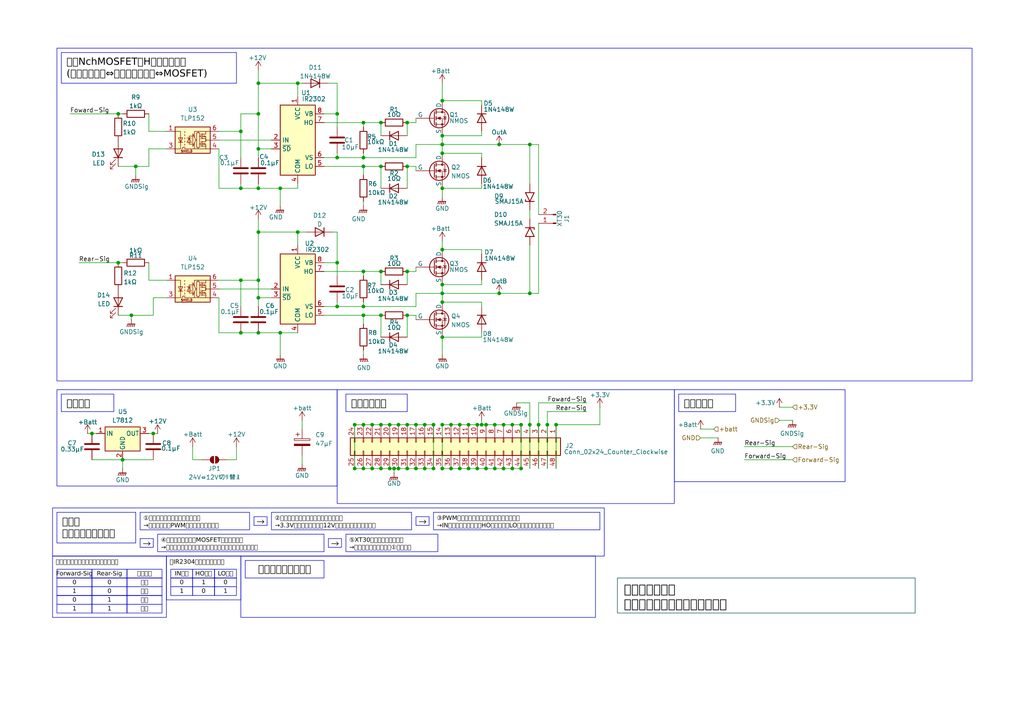
<source format=kicad_sch>
(kicad_sch (version 20231120) (generator "eeschema") (generator_version "8.0")
  (paper "A4")
  (lib_symbols
    (symbol "Connector:Conn_01x02_Pin" (pin_names (offset 1.016) hide)
      (property "Reference" "J" (at 0 2.54 0))
      (property "Value" "Conn_01x02_Pin" (at 0 -5.08 0))
      (symbol "Conn_01x02_Pin_1_1"
        (pin passive line (at 5.08 0 180) (length 3.81) (name "Pin_1") (number "1"))
        (pin passive line (at 5.08 -2.54 180) (length 3.81) (name "Pin_2") (number "2"))
      )
    )
    (symbol "Connector_Generic:Conn_02x24_Counter_Clockwise" (pin_names (offset 1.016) hide)
      (property "Reference" "J" (at 1.27 30.48 0))
      (property "Value" "Conn_02x24_Counter_Clockwise" (at 1.27 -33.02 0))
      (symbol "Conn_02x24_Counter_Clockwise_1_1"
        (pin passive line (at -5.08 27.94 0) (length 3.81) (name "Pin_1") (number "1"))
        (pin passive line (at -5.08 5.08 0) (length 3.81) (name "Pin_10") (number "10"))
        (pin passive line (at -5.08 2.54 0) (length 3.81) (name "Pin_11") (number "11"))
        (pin passive line (at -5.08 0 0) (length 3.81) (name "Pin_12") (number "12"))
        (pin passive line (at -5.08 -2.54 0) (length 3.81) (name "Pin_13") (number "13"))
        (pin passive line (at -5.08 -5.08 0) (length 3.81) (name "Pin_14") (number "14"))
        (pin passive line (at -5.08 -7.62 0) (length 3.81) (name "Pin_15") (number "15"))
        (pin passive line (at -5.08 -10.16 0) (length 3.81) (name "Pin_16") (number "16"))
        (pin passive line (at -5.08 -12.7 0) (length 3.81) (name "Pin_17") (number "17"))
        (pin passive line (at -5.08 -15.24 0) (length 3.81) (name "Pin_18") (number "18"))
        (pin passive line (at -5.08 -17.78 0) (length 3.81) (name "Pin_19") (number "19"))
        (pin passive line (at -5.08 25.4 0) (length 3.81) (name "Pin_2") (number "2"))
        (pin passive line (at -5.08 -20.32 0) (length 3.81) (name "Pin_20") (number "20"))
        (pin passive line (at -5.08 -22.86 0) (length 3.81) (name "Pin_21") (number "21"))
        (pin passive line (at -5.08 -25.4 0) (length 3.81) (name "Pin_22") (number "22"))
        (pin passive line (at -5.08 -27.94 0) (length 3.81) (name "Pin_23") (number "23"))
        (pin passive line (at -5.08 -30.48 0) (length 3.81) (name "Pin_24") (number "24"))
        (pin passive line (at 7.62 -30.48 180) (length 3.81) (name "Pin_25") (number "25"))
        (pin passive line (at 7.62 -27.94 180) (length 3.81) (name "Pin_26") (number "26"))
        (pin passive line (at 7.62 -25.4 180) (length 3.81) (name "Pin_27") (number "27"))
        (pin passive line (at 7.62 -22.86 180) (length 3.81) (name "Pin_28") (number "28"))
        (pin passive line (at 7.62 -20.32 180) (length 3.81) (name "Pin_29") (number "29"))
        (pin passive line (at -5.08 22.86 0) (length 3.81) (name "Pin_3") (number "3"))
        (pin passive line (at 7.62 -17.78 180) (length 3.81) (name "Pin_30") (number "30"))
        (pin passive line (at 7.62 -15.24 180) (length 3.81) (name "Pin_31") (number "31"))
        (pin passive line (at 7.62 -12.7 180) (length 3.81) (name "Pin_32") (number "32"))
        (pin passive line (at 7.62 -10.16 180) (length 3.81) (name "Pin_33") (number "33"))
        (pin passive line (at 7.62 -7.62 180) (length 3.81) (name "Pin_34") (number "34"))
        (pin passive line (at 7.62 -5.08 180) (length 3.81) (name "Pin_35") (number "35"))
        (pin passive line (at 7.62 -2.54 180) (length 3.81) (name "Pin_36") (number "36"))
        (pin passive line (at 7.62 0 180) (length 3.81) (name "Pin_37") (number "37"))
        (pin passive line (at 7.62 2.54 180) (length 3.81) (name "Pin_38") (number "38"))
        (pin passive line (at 7.62 5.08 180) (length 3.81) (name "Pin_39") (number "39"))
        (pin passive line (at -5.08 20.32 0) (length 3.81) (name "Pin_4") (number "4"))
        (pin passive line (at 7.62 7.62 180) (length 3.81) (name "Pin_40") (number "40"))
        (pin passive line (at 7.62 10.16 180) (length 3.81) (name "Pin_41") (number "41"))
        (pin passive line (at 7.62 12.7 180) (length 3.81) (name "Pin_42") (number "42"))
        (pin passive line (at 7.62 15.24 180) (length 3.81) (name "Pin_43") (number "43"))
        (pin passive line (at 7.62 17.78 180) (length 3.81) (name "Pin_44") (number "44"))
        (pin passive line (at 7.62 20.32 180) (length 3.81) (name "Pin_45") (number "45"))
        (pin passive line (at 7.62 22.86 180) (length 3.81) (name "Pin_46") (number "46"))
        (pin passive line (at 7.62 25.4 180) (length 3.81) (name "Pin_47") (number "47"))
        (pin passive line (at 7.62 27.94 180) (length 3.81) (name "Pin_48") (number "48"))
        (pin passive line (at -5.08 17.78 0) (length 3.81) (name "Pin_5") (number "5"))
        (pin passive line (at -5.08 15.24 0) (length 3.81) (name "Pin_6") (number "6"))
        (pin passive line (at -5.08 12.7 0) (length 3.81) (name "Pin_7") (number "7"))
        (pin passive line (at -5.08 10.16 0) (length 3.81) (name "Pin_8") (number "8"))
        (pin passive line (at -5.08 7.62 0) (length 3.81) (name "Pin_9") (number "9"))
      )
    )
    (symbol "Device:C" (pin_numbers hide) (pin_names (offset 0.254))
      (property "Reference" "C" (at 0.635 2.54 0))
      (property "Value" "C" (at 0.635 -2.54 0))
      (symbol "C_1_1"
        (pin passive line (at 0 3.81 270) (length 2.794) (name "~") (number "1"))
        (pin passive line (at 0 -3.81 90) (length 2.794) (name "~") (number "2"))
      )
    )
    (symbol "Device:C_Polarized" (pin_numbers hide) (pin_names (offset 0.254))
      (property "Reference" "C" (at 0.635 2.54 0))
      (property "Value" "C_Polarized" (at 0.635 -2.54 0))
      (symbol "C_Polarized_1_1"
        (pin passive line (at 0 3.81 270) (length 2.794) (name "~") (number "1"))
        (pin passive line (at 0 -3.81 90) (length 2.794) (name "~") (number "2"))
      )
    )
    (symbol "Device:D" (pin_numbers hide) (pin_names (offset 1.016) hide)
      (property "Reference" "D" (at 0 2.54 0))
      (property "Value" "D" (at 0 -2.54 0))
      (symbol "D_1_1"
        (pin passive line (at -3.81 0 0) (length 2.54) (name "K") (number "1"))
        (pin passive line (at 3.81 0 180) (length 2.54) (name "A") (number "2"))
      )
    )
    (symbol "Device:LED" (pin_numbers hide) (pin_names (offset 1.016) hide)
      (property "Reference" "D" (at 0 2.54 0))
      (property "Value" "LED" (at 0 -2.54 0))
      (symbol "LED_1_1"
        (pin passive line (at -3.81 0 0) (length 2.54) (name "K") (number "1"))
        (pin passive line (at 3.81 0 180) (length 2.54) (name "A") (number "2"))
      )
    )
    (symbol "Device:R" (pin_numbers hide) (pin_names (offset 0))
      (property "Reference" "R" (at 2.032 0 90))
      (property "Value" "R" (at 0 0 90))
      (symbol "R_1_1"
        (pin passive line (at 0 3.81 270) (length 1.27) (name "~") (number "1"))
        (pin passive line (at 0 -3.81 90) (length 1.27) (name "~") (number "2"))
      )
    )
    (symbol "Diode:SMAJ15A" (pin_numbers hide) (pin_names (offset 1.016) hide)
      (property "Reference" "D" (at 0 2.54 0))
      (property "Value" "SMAJ15A" (at 0 -2.54 0))
      (symbol "SMAJ15A_1_1"
        (pin passive line (at -3.81 0 0) (length 2.54) (name "A1") (number "1"))
        (pin passive line (at 3.81 0 180) (length 2.54) (name "A2") (number "2"))
      )
    )
    (symbol "Driver_FET:IR2302"
      (property "Reference" "U" (at 1.27 13.335 0))
      (property "Value" "IR2302" (at 1.27 11.43 0))
      (symbol "IR2302_1_1"
        (pin power_in line (at 0 12.7 270) (length 2.54) (name "VCC") (number "1"))
        (pin input line (at -7.62 0 0) (length 2.54) (name "IN") (number "2"))
        (pin input line (at -7.62 -2.54 0) (length 2.54) (name "~{SD}") (number "3"))
        (pin power_in line (at 0 -12.7 90) (length 2.54) (name "COM") (number "4"))
        (pin output line (at 7.62 -7.62 180) (length 2.54) (name "LO") (number "5"))
        (pin passive line (at 7.62 -5.08 180) (length 2.54) (name "VS") (number "6"))
        (pin output line (at 7.62 5.08 180) (length 2.54) (name "HO") (number "7"))
        (pin passive line (at 7.62 7.62 180) (length 2.54) (name "VB") (number "8"))
      )
    )
    (symbol "Isolator_additional:TLP152"
      (property "Reference" "U" (at -5.08 4.953 0))
      (property "Value" "TLP152" (at -5.08 -5.08 0))
      (symbol "TLP152_0_0"
        (text "SHIELD" (at -1.7272 -3.2004 0) (effects (font (size 0.635 0.635))))
      )
      (symbol "TLP152_1_1"
        (pin passive line (at -7.62 2.54 0) (length 2.54) (name "~") (number "1"))
        (pin passive line (at -7.62 -2.54 0) (length 2.54) (name "~") (number "3"))
        (pin power_in line (at 7.62 -2.54 180) (length 2.54) (name "~") (number "4"))
        (pin output line (at 7.62 0 180) (length 2.54) (name "~") (number "5"))
        (pin power_in line (at 7.62 2.54 180) (length 2.54) (name "~") (number "6"))
      )
    )
    (symbol "Jumper:SolderJumper_2_Open" (pin_numbers hide) (pin_names (offset 0) hide) (exclude_from_sim yes) (in_bom no)
      (property "Reference" "JP" (at 0 2.032 0))
      (property "Value" "SolderJumper_2_Open" (at 0 -2.54 0))
      (symbol "SolderJumper_2_Open_1_1"
        (pin passive line (at -3.81 0 0) (length 2.54) (name "A") (number "1"))
        (pin passive line (at 3.81 0 180) (length 2.54) (name "B") (number "2"))
      )
    )
    (symbol "Regulator_Linear:L7812" (pin_names (offset 0.254))
      (property "Reference" "U" (at -3.81 3.175 0))
      (property "Value" "L7812" (at 0 3.175 0))
      (symbol "L7812_1_1"
        (pin power_in line (at -7.62 0 0) (length 2.54) (name "IN") (number "1"))
        (pin power_in line (at 0 -7.62 90) (length 2.54) (name "GND") (number "2"))
        (pin power_out line (at 7.62 0 180) (length 2.54) (name "OUT") (number "3"))
      )
    )
    (symbol "Simulation_SPICE:NMOS" (pin_numbers hide) (pin_names (offset 0))
      (property "Reference" "Q" (at 5.08 1.27 0))
      (property "Value" "NMOS" (at 5.08 -1.27 0))
      (symbol "NMOS_1_1"
        (pin passive line (at 2.54 5.08 270) (length 2.54) (name "D") (number "1"))
        (pin input line (at -5.08 0 0) (length 2.54) (name "G") (number "2"))
        (pin passive line (at 2.54 -5.08 90) (length 2.54) (name "S") (number "3"))
      )
    )
    (symbol "power:+3.3V" (power) (pin_numbers hide) (pin_names (offset 0) hide)
      (property "Value" "+3.3V" (at 0 3.556 0))
      (symbol "+3.3V_1_1"
        (pin power_in line (at 0 0 90) (length 0) (name "~") (number "1"))
      )
    )
    (symbol "power:GNDPWR" (power) (pin_numbers hide) (pin_names (offset 0) hide)
      (property "Value" "GNDPWR" (at 0 -3.302 0))
      (symbol "GNDPWR_1_1"
        (pin power_in line (at 0 0 270) (length 0) (name "~") (number "1"))
      )
    )
    (symbol "power:VCC" (power) (pin_numbers hide) (pin_names (offset 0) hide)
      (property "Value" "VCC" (at 0 3.556 0))
      (symbol "VCC_1_1"
        (pin power_in line (at 0 0 90) (length 0) (name "~") (number "1"))
      )
    )
  )
  (junction (at 135.89 123.19))
  (junction (at 118.11 78.74))
  (junction (at 125.73 123.19))
  (junction (at 69.85 38.1))
  (junction (at 115.57 135.89))
  (junction (at 69.85 96.52))
  (junction (at 120.65 135.89))
  (junction (at 120.65 123.19))
  (junction (at 128.27 87.63))
  (junction (at 148.59 123.19))
  (junction (at 128.27 44.45))
  (junction (at 74.93 96.52))
  (junction (at 110.49 123.19))
  (junction (at 44.45 125.73))
  (junction (at 153.67 41.91))
  (junction (at 128.27 54.61))
  (junction (at 107.95 135.89))
  (junction (at 130.81 135.89))
  (junction (at 130.81 123.19))
  (junction (at 123.19 135.89))
  (junction (at 115.57 123.19))
  (junction (at 113.03 135.89))
  (junction (at 34.29 76.2))
  (junction (at 39.37 48.26))
  (junction (at 97.79 33.02))
  (junction (at 69.85 81.28))
  (junction (at 153.67 85.09))
  (junction (at 138.43 123.19))
  (junction (at 110.49 78.74))
  (junction (at 74.93 81.28))
  (junction (at 105.41 135.89))
  (junction (at 138.43 135.89))
  (junction (at 107.95 123.19))
  (junction (at 118.11 135.89))
  (junction (at 113.03 123.19))
  (junction (at 38.1 91.44))
  (junction (at 105.41 48.26))
  (junction (at 144.78 85.09))
  (junction (at 128.27 135.89))
  (junction (at 86.36 67.31))
  (junction (at 148.59 135.89))
  (junction (at 110.49 48.26))
  (junction (at 128.27 85.09))
  (junction (at 128.27 41.91))
  (junction (at 97.79 88.9))
  (junction (at 128.27 72.39))
  (junction (at 135.89 135.89))
  (junction (at 146.05 135.89))
  (junction (at 74.93 24.13))
  (junction (at 114.3 135.89))
  (junction (at 102.87 123.19))
  (junction (at 74.93 86.36))
  (junction (at 81.28 96.52))
  (junction (at 133.35 123.19))
  (junction (at 26.67 125.73))
  (junction (at 118.11 123.19))
  (junction (at 158.75 123.19))
  (junction (at 143.51 135.89))
  (junction (at 128.27 123.19))
  (junction (at 123.19 123.19))
  (junction (at 105.41 91.44))
  (junction (at 35.56 133.35))
  (junction (at 105.41 123.19))
  (junction (at 143.51 123.19))
  (junction (at 151.13 123.19))
  (junction (at 105.41 88.9))
  (junction (at 69.85 54.61))
  (junction (at 156.21 123.19))
  (junction (at 161.29 123.19))
  (junction (at 146.05 123.19))
  (junction (at 118.11 48.26))
  (junction (at 140.97 123.19))
  (junction (at 110.49 91.44))
  (junction (at 128.27 97.79))
  (junction (at 110.49 35.56))
  (junction (at 118.11 35.56))
  (junction (at 105.41 78.74))
  (junction (at 97.79 76.2))
  (junction (at 81.28 54.61))
  (junction (at 74.93 33.02))
  (junction (at 34.29 33.02))
  (junction (at 105.41 45.72))
  (junction (at 74.93 67.31))
  (junction (at 97.79 45.72))
  (junction (at 102.87 135.89))
  (junction (at 128.27 82.55))
  (junction (at 153.67 123.19))
  (junction (at 144.78 41.91))
  (junction (at 110.49 135.89))
  (junction (at 128.27 39.37))
  (junction (at 86.36 24.13))
  (junction (at 151.13 135.89))
  (junction (at 74.93 43.18))
  (junction (at 133.35 135.89))
  (junction (at 140.97 135.89))
  (junction (at 125.73 135.89))
  (junction (at 128.27 29.21))
  (junction (at 74.93 54.61))
  (junction (at 139.7 123.19))
  (junction (at 105.41 35.56))
  (junction (at 118.11 91.44))
  (wire (pts (xy 153.67 60.96) (xy 153.67 63.5)))
  (wire (pts (xy 158.75 119.38) (xy 158.75 123.19)))
  (wire (pts (xy 20.32 33.02) (xy 34.29 33.02)))
  (wire (pts (xy 144.78 85.09) (xy 153.67 85.09)))
  (wire (pts (xy 43.18 33.02) (xy 43.18 38.1)))
  (wire (pts (xy 125.73 135.89) (xy 123.19 135.89)))
  (wire (pts (xy 26.67 133.35) (xy 35.56 133.35)))
  (wire (pts (xy 43.18 38.1) (xy 48.26 38.1)))
  (wire (pts (xy 107.95 135.89) (xy 105.41 135.89)))
  (wire (pts (xy 86.36 27.94) (xy 86.36 24.13)))
  (wire (pts (xy 87.63 132.08) (xy 87.63 134.62)))
  (wire (pts (xy 151.13 123.19) (xy 151.13 135.89)))
  (wire (pts (xy 146.05 123.19) (xy 143.51 123.19)))
  (wire (pts (xy 113.03 123.19) (xy 110.49 123.19)))
  (wire (pts (xy 114.3 137.16) (xy 114.3 135.89)))
  (wire (pts (xy 43.18 43.18) (xy 43.18 48.26)))
  (wire (pts (xy 138.43 135.89) (xy 135.89 135.89)))
  (wire (pts (xy 139.7 44.45) (xy 128.27 44.45)))
  (wire (pts (xy 105.41 93.98) (xy 105.41 91.44)))
  (wire (pts (xy 140.97 135.89) (xy 138.43 135.89)))
  (wire (pts (xy 34.29 91.44) (xy 38.1 91.44)))
  (wire (pts (xy 173.99 118.11) (xy 173.99 123.19)))
  (wire (pts (xy 95.25 24.13) (xy 97.79 24.13)))
  (wire (pts (xy 105.41 35.56) (xy 110.49 35.56)))
  (wire (pts (xy 153.67 85.09) (xy 156.21 85.09)))
  (wire (pts (xy 105.41 44.45) (xy 105.41 45.72)))
  (wire (pts (xy 118.11 135.89) (xy 115.57 135.89)))
  (wire (pts (xy 156.21 116.84) (xy 156.21 123.19)))
  (wire (pts (xy 128.27 41.91) (xy 144.78 41.91)))
  (wire (pts (xy 93.98 91.44) (xy 105.41 91.44)))
  (wire (pts (xy 110.49 123.19) (xy 107.95 123.19)))
  (wire (pts (xy 139.7 97.79) (xy 128.27 97.79)))
  (wire (pts (xy 226.06 121.92) (xy 229.87 121.92)))
  (wire (pts (xy 66.04 133.35) (xy 68.58 133.35)))
  (wire (pts (xy 81.28 54.61) (xy 81.28 59.69)))
  (wire (pts (xy 102.87 123.19) (xy 102.87 135.89)))
  (wire (pts (xy 74.93 33.02) (xy 74.93 24.13)))
  (wire (pts (xy 139.7 87.63) (xy 128.27 87.63)))
  (wire (pts (xy 114.3 135.89) (xy 113.03 135.89)))
  (wire (pts (xy 139.7 53.34) (xy 139.7 54.61)))
  (wire (pts (xy 135.89 135.89) (xy 133.35 135.89)))
  (wire (pts (xy 74.93 63.5) (xy 74.93 67.31)))
  (wire (pts (xy 110.49 35.56) (xy 110.49 39.37)))
  (wire (pts (xy 86.36 71.12) (xy 86.36 67.31)))
  (wire (pts (xy 105.41 78.74) (xy 105.41 80.01)))
  (wire (pts (xy 93.98 78.74) (xy 105.41 78.74)))
  (wire (pts (xy 105.41 91.44) (xy 110.49 91.44)))
  (wire (pts (xy 22.86 76.2) (xy 34.29 76.2)))
  (wire (pts (xy 118.11 91.44) (xy 120.65 91.44)))
  (wire (pts (xy 74.93 67.31) (xy 74.93 81.28)))
  (wire (pts (xy 170.18 116.84) (xy 156.21 116.84)))
  (wire (pts (xy 153.67 41.91) (xy 156.21 41.91)))
  (wire (pts (xy 139.7 88.9) (xy 139.7 87.63)))
  (wire (pts (xy 105.41 78.74) (xy 110.49 78.74)))
  (wire (pts (xy 97.79 76.2) (xy 97.79 80.01)))
  (wire (pts (xy 143.51 123.19) (xy 140.97 123.19)))
  (wire (pts (xy 139.7 39.37) (xy 128.27 39.37)))
  (wire (pts (xy 120.65 78.74) (xy 120.65 77.47)))
  (wire (pts (xy 128.27 41.91) (xy 128.27 44.45)))
  (wire (pts (xy 118.11 35.56) (xy 118.11 39.37)))
  (wire (pts (xy 43.18 81.28) (xy 43.18 76.2)))
  (wire (pts (xy 156.21 123.19) (xy 156.21 135.89)))
  (wire (pts (xy 139.7 121.92) (xy 139.7 123.19)))
  (wire (pts (xy 68.58 129.54) (xy 68.58 133.35)))
  (wire (pts (xy 120.65 41.91) (xy 128.27 41.91)))
  (wire (pts (xy 161.29 123.19) (xy 161.29 135.89)))
  (wire (pts (xy 120.65 85.09) (xy 128.27 85.09)))
  (wire (pts (xy 153.67 71.12) (xy 153.67 85.09)))
  (wire (pts (xy 69.85 81.28) (xy 69.85 88.9)))
  (wire (pts (xy 139.7 123.19) (xy 138.43 123.19)))
  (wire (pts (xy 74.93 81.28) (xy 69.85 81.28)))
  (wire (pts (xy 63.5 40.64) (xy 78.74 40.64)))
  (wire (pts (xy 135.89 123.19) (xy 133.35 123.19)))
  (wire (pts (xy 110.49 78.74) (xy 110.49 82.55)))
  (wire (pts (xy 146.05 135.89) (xy 143.51 135.89)))
  (wire (pts (xy 139.7 38.1) (xy 139.7 39.37)))
  (wire (pts (xy 69.85 33.02) (xy 74.93 33.02)))
  (wire (pts (xy 120.65 123.19) (xy 118.11 123.19)))
  (wire (pts (xy 105.41 50.8) (xy 105.41 48.26)))
  (wire (pts (xy 139.7 82.55) (xy 128.27 82.55)))
  (wire (pts (xy 74.93 43.18) (xy 74.93 33.02)))
  (wire (pts (xy 130.81 123.19) (xy 128.27 123.19)))
  (wire (pts (xy 148.59 123.19) (xy 146.05 123.19)))
  (wire (pts (xy 97.79 33.02) (xy 97.79 36.83)))
  (wire (pts (xy 170.18 119.38) (xy 158.75 119.38)))
  (wire (pts (xy 118.11 123.19) (xy 115.57 123.19)))
  (wire (pts (xy 203.2 127) (xy 208.28 127)))
  (wire (pts (xy 74.93 67.31) (xy 86.36 67.31)))
  (wire (pts (xy 55.88 133.35) (xy 58.42 133.35)))
  (wire (pts (xy 87.63 121.92) (xy 87.63 124.46)))
  (wire (pts (xy 120.65 48.26) (xy 120.65 49.53)))
  (wire (pts (xy 74.93 45.72) (xy 74.93 43.18)))
  (wire (pts (xy 153.67 123.19) (xy 153.67 135.89)))
  (wire (pts (xy 105.41 48.26) (xy 110.49 48.26)))
  (wire (pts (xy 120.65 135.89) (xy 118.11 135.89)))
  (wire (pts (xy 39.37 48.26) (xy 43.18 48.26)))
  (wire (pts (xy 128.27 123.19) (xy 128.27 135.89)))
  (wire (pts (xy 128.27 24.13) (xy 128.27 29.21)))
  (wire (pts (xy 144.78 41.91) (xy 153.67 41.91)))
  (wire (pts (xy 203.2 124.46) (xy 207.01 124.46)))
  (wire (pts (xy 74.93 43.18) (xy 78.74 43.18)))
  (wire (pts (xy 97.79 24.13) (xy 97.79 33.02)))
  (wire (pts (xy 139.7 45.72) (xy 139.7 44.45)))
  (wire (pts (xy 118.11 48.26) (xy 120.65 48.26)))
  (wire (pts (xy 34.29 48.26) (xy 39.37 48.26)))
  (wire (pts (xy 105.41 88.9) (xy 120.65 88.9)))
  (wire (pts (xy 63.5 38.1) (xy 69.85 38.1)))
  (wire (pts (xy 130.81 135.89) (xy 128.27 135.89)))
  (wire (pts (xy 105.41 123.19) (xy 102.87 123.19)))
  (wire (pts (xy 38.1 91.44) (xy 38.1 92.71)))
  (wire (pts (xy 128.27 54.61) (xy 128.27 57.15)))
  (wire (pts (xy 128.27 85.09) (xy 128.27 87.63)))
  (wire (pts (xy 105.41 135.89) (xy 102.87 135.89)))
  (wire (pts (xy 139.7 96.52) (xy 139.7 97.79)))
  (wire (pts (xy 139.7 73.66) (xy 139.7 72.39)))
  (wire (pts (xy 120.65 88.9) (xy 120.65 85.09)))
  (wire (pts (xy 97.79 88.9) (xy 105.41 88.9)))
  (wire (pts (xy 69.85 38.1) (xy 69.85 45.72)))
  (wire (pts (xy 128.27 82.55) (xy 128.27 85.09)))
  (wire (pts (xy 44.45 125.73) (xy 45.72 125.73)))
  (wire (pts (xy 128.27 97.79) (xy 128.27 102.87)))
  (wire (pts (xy 125.73 123.19) (xy 125.73 135.89)))
  (wire (pts (xy 97.79 44.45) (xy 97.79 45.72)))
  (wire (pts (xy 63.5 54.61) (xy 69.85 54.61)))
  (wire (pts (xy 69.85 38.1) (xy 69.85 33.02)))
  (wire (pts (xy 78.74 83.82) (xy 63.5 83.82)))
  (wire (pts (xy 93.98 45.72) (xy 97.79 45.72)))
  (wire (pts (xy 63.5 43.18) (xy 63.5 54.61)))
  (wire (pts (xy 139.7 54.61) (xy 128.27 54.61)))
  (wire (pts (xy 120.65 91.44) (xy 120.65 92.71)))
  (wire (pts (xy 48.26 81.28) (xy 43.18 81.28)))
  (wire (pts (xy 110.49 48.26) (xy 110.49 54.61)))
  (wire (pts (xy 128.27 39.37) (xy 128.27 41.91)))
  (wire (pts (xy 63.5 86.36) (xy 63.5 96.52)))
  (wire (pts (xy 97.79 67.31) (xy 97.79 76.2)))
  (wire (pts (xy 97.79 87.63) (xy 97.79 88.9)))
  (wire (pts (xy 86.36 24.13) (xy 87.63 24.13)))
  (wire (pts (xy 69.85 53.34) (xy 69.85 54.61)))
  (wire (pts (xy 34.29 33.02) (xy 35.56 33.02)))
  (wire (pts (xy 93.98 88.9) (xy 97.79 88.9)))
  (wire (pts (xy 110.49 91.44) (xy 110.49 97.79)))
  (wire (pts (xy 123.19 135.89) (xy 120.65 135.89)))
  (wire (pts (xy 105.41 58.42) (xy 105.41 59.69)))
  (wire (pts (xy 35.56 133.35) (xy 35.56 135.89)))
  (wire (pts (xy 44.45 86.36) (xy 44.45 91.44)))
  (wire (pts (xy 74.93 54.61) (xy 81.28 54.61)))
  (wire (pts (xy 93.98 76.2) (xy 97.79 76.2)))
  (wire (pts (xy 74.93 86.36) (xy 74.93 81.28)))
  (wire (pts (xy 74.93 54.61) (xy 74.93 53.34)))
  (wire (pts (xy 120.65 35.56) (xy 120.65 34.29)))
  (wire (pts (xy 156.21 62.23) (xy 156.21 41.91)))
  (wire (pts (xy 105.41 45.72) (xy 120.65 45.72)))
  (wire (pts (xy 69.85 54.61) (xy 74.93 54.61)))
  (wire (pts (xy 139.7 30.48) (xy 139.7 29.21)))
  (wire (pts (xy 81.28 54.61) (xy 86.36 54.61)))
  (wire (pts (xy 139.7 81.28) (xy 139.7 82.55)))
  (wire (pts (xy 153.67 41.91) (xy 153.67 53.34)))
  (wire (pts (xy 105.41 35.56) (xy 105.41 36.83)))
  (wire (pts (xy 118.11 78.74) (xy 118.11 82.55)))
  (wire (pts (xy 120.65 45.72) (xy 120.65 41.91)))
  (wire (pts (xy 115.57 123.19) (xy 113.03 123.19)))
  (wire (pts (xy 156.21 85.09) (xy 156.21 64.77)))
  (wire (pts (xy 128.27 69.85) (xy 128.27 72.39)))
  (wire (pts (xy 38.1 91.44) (xy 44.45 91.44)))
  (wire (pts (xy 81.28 96.52) (xy 74.93 96.52)))
  (wire (pts (xy 128.27 85.09) (xy 144.78 85.09)))
  (wire (pts (xy 118.11 48.26) (xy 118.11 54.61)))
  (wire (pts (xy 118.11 91.44) (xy 118.11 97.79)))
  (wire (pts (xy 105.41 87.63) (xy 105.41 88.9)))
  (wire (pts (xy 81.28 96.52) (xy 81.28 102.87)))
  (wire (pts (xy 34.29 76.2) (xy 35.56 76.2)))
  (wire (pts (xy 151.13 123.19) (xy 148.59 123.19)))
  (wire (pts (xy 74.93 96.52) (xy 69.85 96.52)))
  (wire (pts (xy 118.11 78.74) (xy 120.65 78.74)))
  (wire (pts (xy 226.06 118.11) (xy 229.87 118.11)))
  (wire (pts (xy 93.98 33.02) (xy 97.79 33.02)))
  (wire (pts (xy 139.7 29.21) (xy 128.27 29.21)))
  (wire (pts (xy 48.26 43.18) (xy 43.18 43.18)))
  (wire (pts (xy 74.93 86.36) (xy 78.74 86.36)))
  (wire (pts (xy 138.43 123.19) (xy 135.89 123.19)))
  (wire (pts (xy 74.93 20.32) (xy 74.93 24.13)))
  (wire (pts (xy 97.79 45.72) (xy 105.41 45.72)))
  (wire (pts (xy 139.7 72.39) (xy 128.27 72.39)))
  (wire (pts (xy 63.5 81.28) (xy 69.85 81.28)))
  (wire (pts (xy 43.18 125.73) (xy 44.45 125.73)))
  (wire (pts (xy 115.57 135.89) (xy 114.3 135.89)))
  (wire (pts (xy 96.52 67.31) (xy 97.79 67.31)))
  (wire (pts (xy 149.86 116.84) (xy 153.67 116.84)))
  (wire (pts (xy 151.13 135.89) (xy 148.59 135.89)))
  (wire (pts (xy 110.49 135.89) (xy 107.95 135.89)))
  (wire (pts (xy 133.35 123.19) (xy 130.81 123.19)))
  (wire (pts (xy 158.75 123.19) (xy 158.75 135.89)))
  (wire (pts (xy 125.73 123.19) (xy 123.19 123.19)))
  (wire (pts (xy 107.95 123.19) (xy 105.41 123.19)))
  (wire (pts (xy 35.56 133.35) (xy 44.45 133.35)))
  (wire (pts (xy 105.41 101.6) (xy 105.41 102.87)))
  (wire (pts (xy 26.67 125.73) (xy 27.94 125.73)))
  (wire (pts (xy 123.19 123.19) (xy 120.65 123.19)))
  (wire (pts (xy 74.93 88.9) (xy 74.93 86.36)))
  (wire (pts (xy 81.28 96.52) (xy 86.36 96.52)))
  (wire (pts (xy 74.93 24.13) (xy 86.36 24.13)))
  (wire (pts (xy 25.4 125.73) (xy 26.67 125.73)))
  (wire (pts (xy 86.36 54.61) (xy 86.36 53.34)))
  (wire (pts (xy 215.9 133.35) (xy 229.87 133.35)))
  (wire (pts (xy 55.88 129.54) (xy 55.88 133.35)))
  (wire (pts (xy 93.98 35.56) (xy 105.41 35.56)))
  (wire (pts (xy 93.98 48.26) (xy 105.41 48.26)))
  (wire (pts (xy 113.03 135.89) (xy 110.49 135.89)))
  (wire (pts (xy 148.59 135.89) (xy 146.05 135.89)))
  (wire (pts (xy 173.99 123.19) (xy 161.29 123.19)))
  (wire (pts (xy 86.36 67.31) (xy 88.9 67.31)))
  (wire (pts (xy 48.26 86.36) (xy 44.45 86.36)))
  (wire (pts (xy 69.85 96.52) (xy 63.5 96.52)))
  (wire (pts (xy 118.11 35.56) (xy 120.65 35.56)))
  (wire (pts (xy 133.35 135.89) (xy 130.81 135.89)))
  (wire (pts (xy 153.67 123.19) (xy 153.67 116.84)))
  (wire (pts (xy 140.97 123.19) (xy 139.7 123.19)))
  (wire (pts (xy 215.9 129.54) (xy 229.87 129.54)))
  (wire (pts (xy 39.37 48.26) (xy 39.37 50.8)))
  (wire (pts (xy 143.51 135.89) (xy 140.97 135.89)))
  (rectangle (start 195.58 113.03) (end 245.11 139.7))
  (rectangle (start 69.85 161.29) (end 172.72 179.07))
  (rectangle (start 16.51 113.03) (end 97.79 140.97))
  (rectangle (start 15.24 147.32) (end 175.26 161.29))
  (rectangle (start 97.79 113.03) (end 195.58 146.05))
  (rectangle (start 16.51 13.97) (end 281.94 110.49))
  (text_box "④出力された信号がMOSFETに入力される\n→この信号の組み合わせでモータの前転・後転が決まる。" (at 45.72 154.94 0) (size 48.26 5.08) (effects (font (size 1.27 1.27)) (justify left top)))
  (text_box "1" (at 26.67 172.72 0) (size 10.16 2.54) (effects (font (size 1.27 1.27))))
  (text_box "LO端子" (at 62.23 165.1 0) (size 6.35 2.54) (effects (font (size 1.27 1.27))))
  (text_box "0" (at 55.88 170.18 0) (size 6.35 2.54) (effects (font (size 1.27 1.27))))
  (text_box "⑤XT30のコネクタから出力\n→これにてフロー終了。①に戻る。" (at 100.33 154.94 0) (size 26.67 5.08) (effects (font (size 1.27 1.27)) (justify left top)))
  (text_box "補助回路" (at 17.78 114.3 0) (size 15.24 5.08) (effects (font (size 2.032 2.032)) (justify left top)))
  (text_box "〈IR2304・動作真理値表〉\n" (at 48.26 161.29 0) (size 21.59 12.7) (effects (font (size 1.27 1.27)) (justify left top)))
  (text_box "0" (at 26.67 170.18 0) (size 10.16 2.54) (effects (font (size 1.27 1.27))))
  (text_box "コネクタ回路\n" (at 100.33 114.3 0) (size 17.78 5.08) (effects (font (size 2.032 2.032)) (justify left top)))
  (text_box "説明欄\n「フローチャート」" (at 16.51 148.59 0) (size 22.86 8.89) (effects (font (size 2.032 2.032)) (justify left top)))
  (text_box "1" (at 16.51 170.18 0) (size 10.16 2.54) (effects (font (size 1.27 1.27))))
  (text_box "1" (at 16.51 175.26 0) (size 10.16 2.54) (effects (font (size 1.27 1.27))))
  (text_box "IN端子" (at 49.53 165.1 0) (size 6.35 2.54) (effects (font (size 1.27 1.27))))
  (text_box "1" (at 62.23 170.18 0) (size 6.35 2.54) (effects (font (size 1.27 1.27))))
  (text_box "0" (at 16.51 172.72 0) (size 10.16 2.54) (effects (font (size 1.27 1.27))))
  (text_box "→" (at 120.65 149.86 0) (size 3.81 2.54) (effects (font (size 2.54 2.54))))
  (text_box "HO端子" (at 55.88 165.1 0) (size 6.35 2.54) (effects (font (size 1.27 1.27))))
  (text_box "②フォトカプラ出力側に信号が吐かれる\n→3.3Vベースの信号から12Vベースの信号に変わる。" (at 78.74 148.59 0) (size 40.64 5.08) (effects (font (size 1.27 1.27)) (justify left top)))
  (text_box "1" (at 55.88 167.64 0) (size 6.35 2.54) (effects (font (size 1.27 1.27))))
  (text_box "フルNchMOSFET・Hブリッジ回路\n(フォトカプラ⇔ゲートドライバ⇔MOSFET)" (at 17.78 15.24 0) (size 50.8 8.89) (effects (font (size 2.032 2.032)) (justify left top)))
  (text_box "停止" (at 36.83 175.26 0) (size 10.16 2.54) (effects (font (size 1.27 1.27))))
  (text_box "→" (at 95.25 156.21 0) (size 3.81 2.54) (effects (font (size 2.54 2.54))))
  (text_box "丼モタの模造品\nモータードライバーカード基板" (at 179.07 167.64 0) (size 86.36 10.16) (stroke (width 0) (color 0 72 72 0)) (effects (font (size 2.54 2.54)) (justify left top)))
  (text_box "→" (at 40.64 156.21 0) (size 3.81 2.54) (effects (font (size 2.54 2.54))))
  (text_box "③PWM信号がゲートドライバに入力される。\n→IN端子に入力すると、HO端子またはLO端子から出力される。" (at 125.73 148.59 0) (size 48.26 5.08) (effects (font (size 1.27 1.27)) (justify left top)))
  (text_box "0" (at 16.51 167.64 0) (size 10.16 2.54) (effects (font (size 1.27 1.27))))
  (text_box "①フォトカプラ入力側に信号入力\n→マイコンからPWM信号が入力される。" (at 40.64 148.59 0) (size 31.75 5.08) (effects (font (size 1.27 1.27)) (justify left top)))
  (text_box "階層ラベル" (at 196.85 114.3 0) (size 16.51 5.08) (effects (font (size 2.032 2.032)) (justify left top)))
  (text_box "1" (at 26.67 175.26 0) (size 10.16 2.54) (effects (font (size 1.27 1.27))))
  (text_box "停止" (at 36.83 167.64 0) (size 10.16 2.54) (effects (font (size 1.27 1.27))))
  (text_box "説明欄「スペック」" (at 71.12 162.56 0) (size 22.86 5.08) (effects (font (size 2.032 2.032))))
  (text_box "1" (at 49.53 170.18 0) (size 6.35 2.54) (effects (font (size 1.27 1.27))))
  (text_box "Forward-Sig" (at 16.51 165.1 0) (size 10.16 2.54) (effects (font (size 1.27 1.27))))
  (text_box "0" (at 26.67 167.64 0) (size 10.16 2.54) (effects (font (size 1.27 1.27))))
  (text_box "0\n" (at 62.23 167.64 0) (size 6.35 2.54) (effects (font (size 1.27 1.27))))
  (text_box "逆転" (at 36.83 172.72 0) (size 10.16 2.54) (effects (font (size 1.27 1.27))))
  (text_box "→" (at 73.66 149.86 0) (size 3.81 2.54) (effects (font (size 2.54 2.54))))
  (text_box "0" (at 49.53 167.64 0) (size 6.35 2.54) (effects (font (size 1.27 1.27))))
  (text_box "Rear-Sig" (at 26.67 165.1 0) (size 10.16 2.54) (effects (font (size 1.27 1.27))))
  (text_box "〈入力に対するモーターの回転方向〉" (at 15.24 161.29 0) (size 33.02 17.78) (effects (font (size 1.27 1.27)) (justify left top)))
  (text_box "正転" (at 36.83 170.18 0) (size 10.16 2.54) (effects (font (size 1.27 1.27))))
  (text_box "回転方向" (at 36.83 165.1 0) (size 10.16 2.54) (effects (font (size 1.27 1.27))))
  (label "Foward-Sig" (at 170.18 116.84 180))
  (label "Rear-Sig" (at 22.86 76.2 0))
  (label "Rear-Sig" (at 215.9 129.54 0))
  (label "Foward-Sig" (at 20.32 33.02 0))
  (label "Rear-Sig" (at 170.18 119.38 180))
  (label "Forward-Sig" (at 215.9 133.35 0))
  (hierarchical_label "GND" (shape input) (at 203.2 127 180))
  (hierarchical_label "+3.3V" (shape input) (at 229.87 118.11 0))
  (hierarchical_label "Rear-Sig" (shape input) (at 229.87 129.54 0))
  (hierarchical_label "+batt" (shape input) (at 207.01 124.46 0))
  (hierarchical_label "GNDSig" (shape input) (at 226.06 121.92 180))
  (hierarchical_label "Forward-Sig" (shape input) (at 229.87 133.35 0))
  (symbol (lib_id "Device:LED") (at 34.29 44.45 270) (mirror x) (unit 1)
    (property "Reference" "D13" (at 30.48 44.7674 90) (effects (justify right)))
    (property "Value" "LED" (at 30.48 47.3074 90) (effects (justify right)))
    (property "Footprint" "LED_SMD:LED_0603_1608Metric" (effects (hide yes)))
    (property "Description" "Light emitting diode" (effects (hide yes)))
  )
  (symbol (lib_id "Device:C") (at 69.85 49.53 0) (unit 1)
    (property "Reference" "C3" (at 63.5 45.72 0) (effects (justify left)))
    (property "Value" "0.1μF" (at 63.754 47.244 0) (effects (justify left)))
    (property "Footprint" "Capacitor_SMD:C_0603_1608Metric" (effects (hide yes)))
    (property "Description" "Unpolarized capacitor" (effects (hide yes)))
  )
  (symbol (lib_id "Device:R") (at 114.3 35.56 90) (unit 1)
    (property "Reference" "R1" (at 114.3 31.75 90))
    (property "Value" "10Ω" (at 114.3 33.274 90))
    (property "Footprint" "Resistor_SMD:R_0603_1608Metric" (effects (hide yes)))
    (property "Description" "Resistor" (effects (hide yes)))
  )
  (symbol (lib_id "power:VCC") (at 87.63 121.92 0) (unit 1)
    (property "Reference" "#PWR010" (effects (hide yes)))
    (property "Value" "+batt" (at 87.63 118.364 0))
    (property "Description" "Power symbol creates a global label with name \"VCC\"" (effects (hide yes)))
  )
  (symbol (lib_id "power:GNDPWR") (at 149.86 116.84 0) (unit 1)
    (property "Reference" "#PWR05" (effects (hide yes)))
    (property "Value" "GNDSig" (at 149.606 119.888 0))
    (property "Description" "Power symbol creates a global label with name \"GNDPWR\" , global ground" (effects (hide yes)))
  )
  (symbol (lib_id "Device:R") (at 34.29 80.01 0) (unit 1)
    (property "Reference" "R12" (at 35.814 79.248 0) (effects (justify left)))
    (property "Value" "1kΩ" (at 35.814 81.788 0) (effects (justify left)))
    (property "Footprint" "Resistor_SMD:R_0603_1608Metric" (effects (hide yes)))
    (property "Description" "Resistor" (effects (hide yes)))
  )
  (symbol (lib_id "Device:C") (at 97.79 83.82 0) (unit 1)
    (property "Reference" "C2" (at 100.076 84.074 0) (effects (justify left)))
    (property "Value" "10μF" (at 99.06 85.852 0) (effects (justify left)))
    (property "Footprint" "Capacitor_SMD:C_0805_2012Metric" (effects (hide yes)))
    (property "Description" "Unpolarized capacitor" (effects (hide yes)))
  )
  (symbol (lib_id "Jumper:SolderJumper_2_Open") (at 62.23 133.35 0) (unit 1) (exclude_from_sim yes) (in_bom no)
    (property "Reference" "JP1" (at 62.23 135.89 0))
    (property "Value" "24V⇔12V切り替え" (at 62.23 138.43 0))
    (property "Footprint" "Jumper:SolderJumper-2_P1.3mm_Open_RoundedPad1.0x1.5mm" (effects (hide yes)))
    (property "Description" "Solder Jumper, 2-pole, open" (effects (hide yes)))
  )
  (symbol (lib_id "power:VCC") (at 144.78 41.91 0) (unit 1)
    (property "Reference" "#PWR034" (effects (hide yes)))
    (property "Value" "OutA" (at 144.78 38.354 0))
    (property "Description" "Power symbol creates a global label with name \"VCC\"" (effects (hide yes)))
  )
  (symbol (lib_id "Device:C") (at 69.85 92.71 0) (mirror y) (unit 1)
    (property "Reference" "C5" (at 69.342 88.646 0) (effects (justify left)))
    (property "Value" "0.1μF" (at 69.596 90.424 0) (effects (justify left)))
    (property "Footprint" "Capacitor_SMD:C_0603_1608Metric" (effects (hide yes)))
    (property "Description" "Unpolarized capacitor" (effects (hide yes)))
  )
  (symbol (lib_id "power:GNDPWR") (at 114.3 137.16 0) (unit 1)
    (property "Reference" "#PWR021" (effects (hide yes)))
    (property "Value" "GND" (at 114.3 140.208 0))
    (property "Description" "Power symbol creates a global label with name \"GNDPWR\" , global ground" (effects (hide yes)))
  )
  (symbol (lib_id "Simulation_SPICE:NMOS") (at 125.73 77.47 0) (unit 1)
    (property "Reference" "Q3" (at 130.302 76.454 0) (effects (justify left)))
    (property "Value" "NMOS" (at 130.302 78.232 0) (effects (justify left)))
    (property "Footprint" "Package_TO_SOT_SMD:TO-263-2" (effects (hide yes)))
    (property "Datasheet" "https://ngspice.sourceforge.io/docs/ngspice-html-manual/manual.xhtml#cha_MOSFETs" (effects (hide yes)))
    (property "Description" "N-MOSFET transistor, drain/source/gate" (effects (hide yes)))
    (property "Sim.Device" "NMOS" (effects (hide yes)))
    (property "Sim.Type" "VDMOS" (effects (hide yes)))
    (property "Sim.Pins" "1=D 2=G 3=S" (effects (hide yes)))
  )
  (symbol (lib_id "power:VCC") (at 74.93 63.5 0) (unit 1)
    (property "Reference" "#PWR027" (effects (hide yes)))
    (property "Value" "+12V" (at 74.93 60.198 0))
    (property "Description" "Power symbol creates a global label with name \"VCC\"" (effects (hide yes)))
  )
  (symbol (lib_id "Device:D") (at 139.7 34.29 270) (unit 1)
    (property "Reference" "D5" (at 140.208 29.972 90) (effects (justify left)))
    (property "Value" "1N4148W" (at 140.208 31.75 90) (effects (justify left)))
    (property "Footprint" "Resistor_SMD:R_MELF_MMB-0207" (effects (hide yes)))
    (property "Description" "Diode" (effects (hide yes)))
    (property "Sim.Device" "D" (effects (hide yes)))
    (property "Sim.Pins" "1=K 2=A" (effects (hide yes)))
  )
  (symbol (lib_id "Driver_FET:IR2302") (at 86.36 83.82 0) (unit 1)
    (property "Reference" "U2" (at 88.392 70.612 0) (effects (justify left)))
    (property "Value" "IR2302" (at 88.5541 72.39 0) (effects (justify left)))
    (property "Footprint" "Package_SO:SOIC-8_3.9x4.9mm_P1.27mm" (effects (hide yes)))
    (property "Datasheet" "https://www.infineon.com/dgdl/ir2302.pdf?fileId=5546d462533600a4015355c988b216de" (effects (hide yes)))
    (property "Description" "Half-Bridge Driver, 600V, 200/350mA, PDIP-8/SOIC-8" (effects (hide yes)))
  )
  (symbol (lib_id "Simulation_SPICE:NMOS") (at 125.73 92.71 0) (unit 1)
    (property "Reference" "Q4" (at 130.81 91.694 0) (effects (justify left)))
    (property "Value" "NMOS" (at 130.81 94.234 0) (effects (justify left)))
    (property "Footprint" "Package_TO_SOT_SMD:TO-263-2" (effects (hide yes)))
    (property "Datasheet" "https://ngspice.sourceforge.io/docs/ngspice-html-manual/manual.xhtml#cha_MOSFETs" (effects (hide yes)))
    (property "Description" "N-MOSFET transistor, drain/source/gate" (effects (hide yes)))
    (property "Sim.Device" "NMOS" (effects (hide yes)))
    (property "Sim.Type" "VDMOS" (effects (hide yes)))
    (property "Sim.Pins" "1=D 2=G 3=S" (effects (hide yes)))
  )
  (symbol (lib_id "power:GNDPWR") (at 229.87 121.92 0) (unit 1)
    (property "Reference" "#PWR039" (effects (hide yes)))
    (property "Value" "GNDSig" (at 229.743 125.73 0))
    (property "Description" "Power symbol creates a global label with name \"GNDPWR\" , global ground" (effects (hide yes)))
  )
  (symbol (lib_id "power:GNDPWR") (at 128.27 102.87 0) (mirror y) (unit 1)
    (property "Reference" "#PWR023" (effects (hide yes)))
    (property "Value" "GND" (at 128.27 106.172 0))
    (property "Description" "Power symbol creates a global label with name \"GNDPWR\" , global ground" (effects (hide yes)))
  )
  (symbol (lib_id "power:VCC") (at 144.78 85.09 0) (unit 1)
    (property "Reference" "#PWR035" (effects (hide yes)))
    (property "Value" "OutB" (at 144.78 81.534 0))
    (property "Description" "Power symbol creates a global label with name \"VCC\"" (effects (hide yes)))
  )
  (symbol (lib_id "power:GNDPWR") (at 128.27 57.15 0) (unit 1)
    (property "Reference" "#PWR019" (effects (hide yes)))
    (property "Value" "GND" (at 128.27 60.452 0))
    (property "Description" "Power symbol creates a global label with name \"GNDPWR\" , global ground" (effects (hide yes)))
  )
  (symbol (lib_id "power:VCC") (at 128.27 69.85 0) (unit 1)
    (property "Reference" "#PWR022" (effects (hide yes)))
    (property "Value" "+Batt" (at 127.762 66.294 0))
    (property "Description" "Power symbol creates a global label with name \"VCC\"" (effects (hide yes)))
  )
  (symbol (lib_id "Device:C") (at 97.79 40.64 0) (unit 1)
    (property "Reference" "C1" (at 99.822 40.64 0) (effects (justify left)))
    (property "Value" "10μF" (at 99.06 42.672 0) (effects (justify left)))
    (property "Footprint" "Capacitor_SMD:C_0805_2012Metric" (effects (hide yes)))
    (property "Description" "Unpolarized capacitor" (effects (hide yes)))
  )
  (symbol (lib_id "Device:D") (at 139.7 77.47 270) (unit 1)
    (property "Reference" "D7" (at 140.462 73.152 90) (effects (justify left)))
    (property "Value" "1N4148W" (at 140.462 74.93 90) (effects (justify left)))
    (property "Footprint" "Resistor_SMD:R_MELF_MMB-0207" (effects (hide yes)))
    (property "Description" "Diode" (effects (hide yes)))
    (property "Sim.Device" "D" (effects (hide yes)))
    (property "Sim.Pins" "1=K 2=A" (effects (hide yes)))
  )
  (symbol (lib_id "Device:D") (at 91.44 24.13 180) (unit 1)
    (property "Reference" "D11" (at 91.44 19.558 0))
    (property "Value" "1N4148W" (at 91.44 22.098 0))
    (property "Footprint" "Diode_SMD:Nexperia_CFP3_SOD-123W" (effects (hide yes)))
    (property "Description" "Diode" (effects (hide yes)))
    (property "Sim.Device" "D" (effects (hide yes)))
    (property "Sim.Pins" "1=K 2=A" (effects (hide yes)))
  )
  (symbol (lib_id "power:VCC") (at 74.93 20.32 0) (unit 1)
    (property "Reference" "#PWR09" (effects (hide yes)))
    (property "Value" "+12V" (at 74.676 16.764 0))
    (property "Description" "Power symbol creates a global label with name \"VCC\"" (effects (hide yes)))
  )
  (symbol (lib_id "Device:R") (at 114.3 91.44 90) (unit 1)
    (property "Reference" "R4" (at 114.3 93.472 90))
    (property "Value" "10Ω" (at 114.3 94.996 90))
    (property "Footprint" "Resistor_SMD:R_0603_1608Metric" (effects (hide yes)))
    (property "Description" "Resistor" (effects (hide yes)))
  )
  (symbol (lib_id "Device:D") (at 139.7 49.53 270) (unit 1)
    (property "Reference" "D6" (at 139.954 52.324 90) (effects (justify left)))
    (property "Value" "1N4148W" (at 139.954 54.102 90) (effects (justify left)))
    (property "Footprint" "Resistor_SMD:R_MELF_MMB-0207" (effects (hide yes)))
    (property "Description" "Diode" (effects (hide yes)))
    (property "Sim.Device" "D" (effects (hide yes)))
    (property "Sim.Pins" "1=K 2=A" (effects (hide yes)))
  )
  (symbol (lib_id "Simulation_SPICE:NMOS") (at 125.73 49.53 0) (unit 1)
    (property "Reference" "Q2" (at 130.81 48.514 0) (effects (justify left)))
    (property "Value" "NMOS" (at 130.81 51.054 0) (effects (justify left)))
    (property "Footprint" "Package_TO_SOT_SMD:TO-263-2" (effects (hide yes)))
    (property "Datasheet" "https://ngspice.sourceforge.io/docs/ngspice-html-manual/manual.xhtml#cha_MOSFETs" (effects (hide yes)))
    (property "Description" "N-MOSFET transistor, drain/source/gate" (effects (hide yes)))
    (property "Sim.Device" "NMOS" (effects (hide yes)))
    (property "Sim.Type" "VDMOS" (effects (hide yes)))
    (property "Sim.Pins" "1=D 2=G 3=S" (effects (hide yes)))
  )
  (symbol (lib_id "power:+3.3V") (at 226.06 118.11 0) (unit 1)
    (property "Reference" "#PWR032" (effects (hide yes)))
    (property "Value" "+3.3V" (at 221.996 116.84 0))
    (property "Description" "Power symbol creates a global label with name \"+3.3V\"" (effects (hide yes)))
  )
  (symbol (lib_id "Device:R") (at 39.37 33.02 90) (unit 1)
    (property "Reference" "R9" (at 39.37 28.194 90))
    (property "Value" "1kΩ" (at 39.37 30.734 90))
    (property "Footprint" "Resistor_SMD:R_0603_1608Metric" (effects (hide yes)))
    (property "Description" "Resistor" (effects (hide yes)))
  )
  (symbol (lib_id "Device:D") (at 139.7 92.71 270) (unit 1)
    (property "Reference" "D8" (at 139.954 96.774 90) (effects (justify left)))
    (property "Value" "1N4148W" (at 139.954 98.552 90) (effects (justify left)))
    (property "Footprint" "Resistor_SMD:R_MELF_MMB-0207" (effects (hide yes)))
    (property "Description" "Diode" (effects (hide yes)))
    (property "Sim.Device" "D" (effects (hide yes)))
    (property "Sim.Pins" "1=K 2=A" (effects (hide yes)))
  )
  (symbol (lib_id "power:VCC") (at 128.27 24.13 0) (unit 1)
    (property "Reference" "#PWR018" (effects (hide yes)))
    (property "Value" "+Batt" (at 127.762 20.574 0))
    (property "Description" "Power symbol creates a global label with name \"VCC\"" (effects (hide yes)))
  )
  (symbol (lib_id "power:VCC") (at 55.88 129.54 0) (unit 1)
    (property "Reference" "#PWR07" (effects (hide yes)))
    (property "Value" "+Batt" (at 55.88 125.984 0))
    (property "Description" "Power symbol creates a global label with name \"VCC\"" (effects (hide yes)))
  )
  (symbol (lib_id "Device:C") (at 74.93 92.71 0) (unit 1)
    (property "Reference" "C6" (at 76.962 88.646 0) (effects (justify left)))
    (property "Value" "0.1μF" (at 75.184 90.424 0) (effects (justify left)))
    (property "Footprint" "Capacitor_SMD:C_0603_1608Metric" (effects (hide yes)))
    (property "Description" "Unpolarized capacitor" (effects (hide yes)))
  )
  (symbol (lib_id "Diode:SMAJ15A") (at 153.67 57.15 90) (unit 1)
    (property "Reference" "D9" (at 146.05 56.896 90) (effects (justify left)))
    (property "Value" "SMAJ15A" (at 151.892 58.42 90) (effects (justify left)))
    (property "Footprint" "Diode_SMD:D_SMA" (effects (hide yes)))
    (property "Datasheet" "https://www.littelfuse.com/media?resourcetype=datasheets&itemid=75e32973-b177-4ee3-a0ff-cedaf1abdb93&filename=smaj-datasheet" (effects (hide yes)))
    (property "Description" "400W unidirectional Transient Voltage Suppressor, 15.0Vr, SMA(DO-214AC)" (effects (hide yes)))
  )
  (symbol (lib_id "Device:D") (at 92.71 67.31 0) (mirror y) (unit 1)
    (property "Reference" "D12" (at 92.71 62.484 0))
    (property "Value" "D" (at 92.71 65.024 0))
    (property "Footprint" "Diode_SMD:Nexperia_CFP3_SOD-123W" (effects (hide yes)))
    (property "Description" "Diode" (effects (hide yes)))
    (property "Sim.Device" "D" (effects (hide yes)))
    (property "Sim.Pins" "1=K 2=A" (effects (hide yes)))
  )
  (symbol (lib_id "Device:C") (at 26.67 129.54 0) (unit 1)
    (property "Reference" "C7" (at 19.558 128.524 0) (effects (justify left)))
    (property "Value" "0.33μF" (at 17.526 130.302 0) (effects (justify left)))
    (property "Footprint" "Capacitor_SMD:C_0603_1608Metric" (effects (hide yes)))
    (property "Description" "Unpolarized capacitor" (effects (hide yes)))
  )
  (symbol (lib_id "Device:C_Polarized") (at 87.63 128.27 0) (unit 1)
    (property "Reference" "C9" (at 91.44 126.1109 0) (effects (justify left)))
    (property "Value" "47μF" (at 91.44 128.6509 0) (effects (justify left)))
    (property "Footprint" "Capacitor_SMD:CP_Elec_10x10.5" (effects (hide yes)))
    (property "Description" "Polarized capacitor" (effects (hide yes)))
  )
  (symbol (lib_id "Device:R") (at 105.41 54.61 0) (unit 1)
    (property "Reference" "R6" (at 106.68 53.34 0) (effects (justify left)))
    (property "Value" "10kΩ" (at 106.68 55.88 0) (effects (justify left)))
    (property "Footprint" "Resistor_SMD:R_0603_1608Metric" (effects (hide yes)))
    (property "Description" "Resistor" (effects (hide yes)))
  )
  (symbol (lib_id "Device:R") (at 114.3 78.74 90) (unit 1)
    (property "Reference" "R3" (at 114.3 74.93 90))
    (property "Value" "10Ω" (at 114.3 76.454 90))
    (property "Footprint" "Resistor_SMD:R_0603_1608Metric" (effects (hide yes)))
    (property "Description" "Resistor" (effects (hide yes)))
  )
  (symbol (lib_id "Device:D") (at 114.3 82.55 0) (unit 1)
    (property "Reference" "D3" (at 114.046 84.836 0))
    (property "Value" "1N4148W" (at 114.046 86.614 0))
    (property "Footprint" "Diode_SMD:Nexperia_CFP3_SOD-123W" (effects (hide yes)))
    (property "Description" "Diode" (effects (hide yes)))
    (property "Sim.Device" "D" (effects (hide yes)))
    (property "Sim.Pins" "1=K 2=A" (effects (hide yes)))
  )
  (symbol (lib_id "Device:D") (at 114.3 97.79 0) (unit 1)
    (property "Reference" "D4" (at 114.046 100.076 0))
    (property "Value" "1N4148W" (at 114.046 101.854 0))
    (property "Footprint" "Diode_SMD:Nexperia_CFP3_SOD-123W" (effects (hide yes)))
    (property "Description" "Diode" (effects (hide yes)))
    (property "Sim.Device" "D" (effects (hide yes)))
    (property "Sim.Pins" "1=K 2=A" (effects (hide yes)))
  )
  (symbol (lib_id "Isolator_additional:TLP152") (at 55.88 40.64 0) (unit 1)
    (property "Reference" "U3" (at 55.88 31.75 0))
    (property "Value" "TLP152" (at 55.88 34.29 0))
    (property "Footprint" "Package_SO:SO-5-6_4.55x3.7mm_P1.27mm" (effects (hide yes)))
    (property "Datasheet" "https://toshiba.semicon-storage.com/info/docget.jsp?did=13665&prodName=TLP175A" (effects (hide yes)))
    (property "Description" "MOSFET Photocoupler totem pole output, Vcc 35V, Iop +/-2.5A, 5pin SO6" (effects (hide yes)))
  )
  (symbol (lib_id "power:GNDPWR") (at 87.63 134.62 0) (unit 1)
    (property "Reference" "#PWR011" (effects (hide yes)))
    (property "Value" "GND" (at 87.63 137.922 0))
    (property "Description" "Power symbol creates a global label with name \"GNDPWR\" , global ground" (effects (hide yes)))
  )
  (symbol (lib_id "Device:R") (at 105.41 40.64 0) (unit 1)
    (property "Reference" "R5" (at 106.426 39.624 0) (effects (justify left)))
    (property "Value" "10kΩ" (at 106.426 41.148 0) (effects (justify left)))
    (property "Footprint" "Resistor_SMD:R_0603_1608Metric" (effects (hide yes)))
    (property "Description" "Resistor" (effects (hide yes)))
  )
  (symbol (lib_id "Device:D") (at 114.3 39.37 0) (unit 1)
    (property "Reference" "D1" (at 114.046 41.656 0))
    (property "Value" "1N4148W" (at 114.046 43.434 0))
    (property "Footprint" "Diode_SMD:Nexperia_CFP3_SOD-123W" (effects (hide yes)))
    (property "Description" "Diode" (effects (hide yes)))
    (property "Sim.Device" "D" (effects (hide yes)))
    (property "Sim.Pins" "1=K 2=A" (effects (hide yes)))
  )
  (symbol (lib_id "Device:R") (at 114.3 48.26 90) (unit 1)
    (property "Reference" "R2" (at 114.3 50.292 90))
    (property "Value" "10Ω" (at 114.3 51.816 90))
    (property "Footprint" "Resistor_SMD:R_0603_1608Metric" (effects (hide yes)))
    (property "Description" "Resistor" (effects (hide yes)))
  )
  (symbol (lib_id "Connector_Generic:Conn_02x24_Counter_Clockwise") (at 133.35 128.27 270) (unit 1)
    (property "Reference" "J2" (at 166.37 129.286 90) (effects (justify right)))
    (property "Value" "Conn_02x24_Counter_Clockwise" (at 193.802 131.064 90) (effects (justify right)))
    (property "Footprint" "Connector_PinHeader_2.54mm:PinHeader_2x24_P2.54mm_Vertical" (effects (hide yes)))
    (property "Description" "Generic connector, double row, 02x24, counter clockwise pin numbering scheme (similar to DIP package numbering), script generated (kicad-library-utils/schlib/autogen/connector/)" (effects (hide yes)))
  )
  (symbol (lib_id "power:VCC") (at 173.99 118.11 0) (unit 1)
    (property "Reference" "#PWR06" (effects (hide yes)))
    (property "Value" "+3.3V" (at 173.99 114.554 0))
    (property "Description" "Power symbol creates a global label with name \"VCC\"" (effects (hide yes)))
  )
  (symbol (lib_id "Driver_FET:IR2302") (at 86.36 40.64 0) (unit 1)
    (property "Reference" "U1" (at 87.376 26.924 0) (effects (justify left)))
    (property "Value" "IR2302" (at 87.5381 28.702 0) (effects (justify left)))
    (property "Footprint" "Package_SO:SOIC-8_3.9x4.9mm_P1.27mm" (effects (hide yes)))
    (property "Datasheet" "https://www.infineon.com/dgdl/ir2302.pdf?fileId=5546d462533600a4015355c988b216de" (effects (hide yes)))
    (property "Description" "Half-Bridge Driver, 600V, 200/350mA, PDIP-8/SOIC-8" (effects (hide yes)))
  )
  (symbol (lib_id "power:VCC") (at 25.4 125.73 0) (unit 1)
    (property "Reference" "#PWR01" (effects (hide yes)))
    (property "Value" "+Batt" (at 25.4 122.428 0))
    (property "Description" "Power symbol creates a global label with name \"VCC\"" (effects (hide yes)))
  )
  (symbol (lib_id "Device:LED") (at 34.29 87.63 270) (mirror x) (unit 1)
    (property "Reference" "D14" (at 32.004 85.598 90) (effects (justify right)))
    (property "Value" "LED" (at 32.004 88.138 90) (effects (justify right)))
    (property "Footprint" "LED_SMD:LED_0603_1608Metric" (effects (hide yes)))
    (property "Description" "Light emitting diode" (effects (hide yes)))
  )
  (symbol (lib_id "power:GNDPWR") (at 35.56 135.89 0) (unit 1)
    (property "Reference" "#PWR02" (effects (hide yes)))
    (property "Value" "GND" (at 35.56 139.192 0))
    (property "Description" "Power symbol creates a global label with name \"GNDPWR\" , global ground" (effects (hide yes)))
  )
  (symbol (lib_id "Device:R") (at 39.37 76.2 270) (mirror x) (unit 1)
    (property "Reference" "R11" (at 39.37 74.168 90))
    (property "Value" "1kΩ" (at 39.37 72.644 90))
    (property "Footprint" "Resistor_SMD:R_0603_1608Metric" (effects (hide yes)))
    (property "Description" "Resistor" (effects (hide yes)))
  )
  (symbol (lib_id "Device:R") (at 105.41 83.82 0) (unit 1)
    (property "Reference" "R7" (at 106.426 82.804 0) (effects (justify left)))
    (property "Value" "10kΩ" (at 106.426 84.328 0) (effects (justify left)))
    (property "Footprint" "Resistor_SMD:R_0603_1608Metric" (effects (hide yes)))
    (property "Description" "Resistor" (effects (hide yes)))
  )
  (symbol (lib_id "power:GNDPWR") (at 81.28 102.87 0) (mirror y) (unit 1)
    (property "Reference" "#PWR028" (effects (hide yes)))
    (property "Value" "GND" (at 81.28 106.172 0))
    (property "Description" "Power symbol creates a global label with name \"GNDPWR\" , global ground" (effects (hide yes)))
  )
  (symbol (lib_id "Device:C") (at 44.45 129.54 0) (unit 1)
    (property "Reference" "C8" (at 46.99 128.524 0) (effects (justify left)))
    (property "Value" "0.1μF" (at 46.736 130.048 0) (effects (justify left)))
    (property "Footprint" "Capacitor_SMD:C_0603_1608Metric" (effects (hide yes)))
    (property "Description" "Unpolarized capacitor" (effects (hide yes)))
  )
  (symbol (lib_id "power:VCC") (at 203.2 124.46 0) (unit 1)
    (property "Reference" "#PWR030" (effects (hide yes)))
    (property "Value" "+Batt" (at 196.596 123.19 0) (effects (justify left)))
    (property "Description" "Power symbol creates a global label with name \"VCC\"" (effects (hide yes)))
  )
  (symbol (lib_id "power:VCC") (at 68.58 129.54 0) (unit 1)
    (property "Reference" "#PWR08" (effects (hide yes)))
    (property "Value" "+12V" (at 68.58 125.984 0))
    (property "Description" "Power symbol creates a global label with name \"VCC\"" (effects (hide yes)))
  )
  (symbol (lib_id "power:GNDPWR") (at 105.41 102.87 0) (mirror y) (unit 1)
    (property "Reference" "#PWR025" (effects (hide yes)))
    (property "Value" "GND" (at 105.537 106.68 0))
    (property "Description" "Power symbol creates a global label with name \"GNDPWR\" , global ground" (effects (hide yes)))
  )
  (symbol (lib_id "power:GNDPWR") (at 105.41 59.69 0) (unit 1)
    (property "Reference" "#PWR015" (effects (hide yes)))
    (property "Value" "GND" (at 104.013 63.5 0))
    (property "Description" "Power symbol creates a global label with name \"GNDPWR\" , global ground" (effects (hide yes)))
  )
  (symbol (lib_id "power:VCC") (at 45.72 125.73 0) (unit 1)
    (property "Reference" "#PWR04" (effects (hide yes)))
    (property "Value" "+12V" (at 45.72 122.174 0))
    (property "Description" "Power symbol creates a global label with name \"VCC\"" (effects (hide yes)))
  )
  (symbol (lib_id "power:GNDPWR") (at 208.28 127 0) (unit 1)
    (property "Reference" "#PWR031" (effects (hide yes)))
    (property "Value" "GND" (at 208.153 130.81 0))
    (property "Description" "Power symbol creates a global label with name \"GNDPWR\" , global ground" (effects (hide yes)))
  )
  (symbol (lib_id "power:GNDPWR") (at 39.37 50.8 0) (unit 1)
    (property "Reference" "#PWR03" (effects (hide yes)))
    (property "Value" "GNDSig" (at 39.624 54.102 0))
    (property "Description" "Power symbol creates a global label with name \"GNDPWR\" , global ground" (effects (hide yes)))
  )
  (symbol (lib_id "Regulator_Linear:L7812") (at 35.56 125.73 0) (unit 1)
    (property "Reference" "U5" (at 35.56 119.38 0))
    (property "Value" "L7812" (at 35.56 121.92 0))
    (property "Footprint" "Package_TO_SOT_SMD:TO-252-2" (effects (hide yes)))
    (property "Datasheet" "http://www.st.com/content/ccc/resource/technical/document/datasheet/41/4f/b3/b0/12/d4/47/88/CD00000444.pdf/files/CD00000444.pdf/jcr:content/translations/en.CD00000444.pdf" (effects (hide yes)))
    (property "Description" "Positive 1.5A 35V Linear Regulator, Fixed Output 12V, TO-220/TO-263/TO-252" (effects (hide yes)))
  )
  (symbol (lib_id "power:VCC") (at 139.7 121.92 0) (unit 1)
    (property "Reference" "#PWR020" (effects (hide yes)))
    (property "Value" "+Batt" (at 139.7 118.364 0))
    (property "Description" "Power symbol creates a global label with name \"VCC\"" (effects (hide yes)))
  )
  (symbol (lib_id "Isolator_additional:TLP152") (at 55.88 83.82 0) (unit 1)
    (property "Reference" "U4" (at 55.88 74.93 0))
    (property "Value" "TLP152" (at 55.88 77.47 0))
    (property "Footprint" "Package_SO:SO-5-6_4.55x3.7mm_P1.27mm" (effects (hide yes)))
    (property "Datasheet" "https://toshiba.semicon-storage.com/info/docget.jsp?did=13665&prodName=TLP175A" (effects (hide yes)))
    (property "Description" "MOSFET Photocoupler totem pole output, Vcc 35V, Iop +/-2.5A, 5pin SO6" (effects (hide yes)))
  )
  (symbol (lib_id "power:GNDPWR") (at 38.1 92.71 0) (unit 1)
    (property "Reference" "#PWR029" (effects (hide yes)))
    (property "Value" "GNDSig" (at 38.1 96.266 0))
    (property "Description" "Power symbol creates a global label with name \"GNDPWR\" , global ground" (effects (hide yes)))
  )
  (symbol (lib_id "Device:R") (at 105.41 97.79 0) (unit 1)
    (property "Reference" "R8" (at 106.68 96.52 0) (effects (justify left)))
    (property "Value" "10kΩ" (at 106.68 99.06 0) (effects (justify left)))
    (property "Footprint" "Resistor_SMD:R_0603_1608Metric" (effects (hide yes)))
    (property "Description" "Resistor" (effects (hide yes)))
  )
  (symbol (lib_id "Device:D") (at 114.3 54.61 0) (unit 1)
    (property "Reference" "D2" (at 114.046 56.896 0))
    (property "Value" "1N4148W" (at 114.046 58.674 0))
    (property "Footprint" "Diode_SMD:Nexperia_CFP3_SOD-123W" (effects (hide yes)))
    (property "Description" "Diode" (effects (hide yes)))
    (property "Sim.Device" "D" (effects (hide yes)))
    (property "Sim.Pins" "1=K 2=A" (effects (hide yes)))
  )
  (symbol (lib_id "Device:R") (at 34.29 36.83 0) (unit 1)
    (property "Reference" "R10" (at 35.56 35.814 0) (effects (justify left)))
    (property "Value" "1kΩ" (at 35.56 38.354 0) (effects (justify left)))
    (property "Footprint" "Resistor_SMD:R_0603_1608Metric" (effects (hide yes)))
    (property "Description" "Resistor" (effects (hide yes)))
  )
  (symbol (lib_id "Connector:Conn_01x02_Pin") (at 161.29 64.77 180) (unit 1)
    (property "Reference" "J1" (at 164.338 62.23 90) (effects (justify left)))
    (property "Value" "XT30" (at 162.306 60.96 90) (effects (justify left)))
    (property "Description" "Generic connector, single row, 01x02, script generated" (effects (hide yes)))
  )
  (symbol (lib_id "Simulation_SPICE:NMOS") (at 125.73 34.29 0) (unit 1)
    (property "Reference" "Q1" (at 130.302 33.274 0) (effects (justify left)))
    (property "Value" "NMOS" (at 130.302 35.052 0) (effects (justify left)))
    (property "Footprint" "Package_TO_SOT_SMD:TO-263-2" (effects (hide yes)))
    (property "Datasheet" "https://ngspice.sourceforge.io/docs/ngspice-html-manual/manual.xhtml#cha_MOSFETs" (effects (hide yes)))
    (property "Description" "N-MOSFET transistor, drain/source/gate" (effects (hide yes)))
    (property "Sim.Device" "NMOS" (effects (hide yes)))
    (property "Sim.Type" "VDMOS" (effects (hide yes)))
    (property "Sim.Pins" "1=D 2=G 3=S" (effects (hide yes)))
  )
  (symbol (lib_id "power:GNDPWR") (at 81.28 59.69 0) (unit 1)
    (property "Reference" "#PWR012" (effects (hide yes)))
    (property "Value" "GND" (at 80.01 62.992 0))
    (property "Description" "Power symbol creates a global label with name \"GNDPWR\" , global ground" (effects (hide yes)))
  )
  (symbol (lib_id "Device:C") (at 74.93 49.53 0) (unit 1)
    (property "Reference" "C4" (at 75.184 45.466 0) (effects (justify left)))
    (property "Value" "0.1μF" (at 75.438 47.244 0) (effects (justify left)))
    (property "Footprint" "Capacitor_SMD:C_0603_1608Metric" (effects (hide yes)))
    (property "Description" "Unpolarized capacitor" (effects (hide yes)))
  )
  (symbol (lib_id "Diode:SMAJ15A") (at 153.67 67.31 270) (unit 1)
    (property "Reference" "D10" (at 143.256 62.23 90) (effects (justify left)))
    (property "Value" "SMAJ15A" (at 143.256 64.77 90) (effects (justify left)))
    (property "Footprint" "Diode_SMD:D_SMA" (effects (hide yes)))
    (property "Datasheet" "https://www.littelfuse.com/media?resourcetype=datasheets&itemid=75e32973-b177-4ee3-a0ff-cedaf1abdb93&filename=smaj-datasheet" (effects (hide yes)))
    (property "Description" "400W unidirectional Transient Voltage Suppressor, 15.0Vr, SMA(DO-214AC)" (effects (hide yes)))
  )
)
</source>
